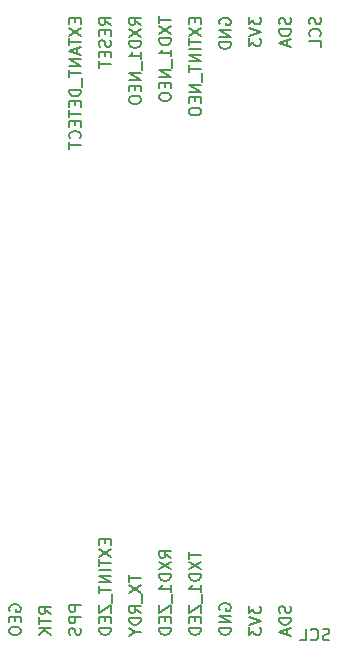
<source format=gbo>
G04 #@! TF.GenerationSoftware,KiCad,Pcbnew,(6.0.9)*
G04 #@! TF.CreationDate,2023-11-11T19:45:23+09:00*
G04 #@! TF.ProjectId,CLAS_Combo_Breakout,434c4153-5f43-46f6-9d62-6f5f42726561,rev?*
G04 #@! TF.SameCoordinates,Original*
G04 #@! TF.FileFunction,Legend,Bot*
G04 #@! TF.FilePolarity,Positive*
%FSLAX46Y46*%
G04 Gerber Fmt 4.6, Leading zero omitted, Abs format (unit mm)*
G04 Created by KiCad (PCBNEW (6.0.9)) date 2023-11-11 19:45:23*
%MOMM*%
%LPD*%
G01*
G04 APERTURE LIST*
%ADD10C,0.150000*%
%ADD11C,0.650000*%
%ADD12O,1.800000X1.000000*%
%ADD13O,2.100000X1.000000*%
%ADD14R,1.700000X1.700000*%
%ADD15O,1.700000X1.700000*%
%ADD16C,0.700000*%
%ADD17C,4.400000*%
G04 APERTURE END LIST*
D10*
X136012380Y-94463023D02*
X135536190Y-94129690D01*
X136012380Y-93891595D02*
X135012380Y-93891595D01*
X135012380Y-94272547D01*
X135060000Y-94367785D01*
X135107619Y-94415404D01*
X135202857Y-94463023D01*
X135345714Y-94463023D01*
X135440952Y-94415404D01*
X135488571Y-94367785D01*
X135536190Y-94272547D01*
X135536190Y-93891595D01*
X135488571Y-94891595D02*
X135488571Y-95224928D01*
X136012380Y-95367785D02*
X136012380Y-94891595D01*
X135012380Y-94891595D01*
X135012380Y-95367785D01*
X135964761Y-95748738D02*
X136012380Y-95891595D01*
X136012380Y-96129690D01*
X135964761Y-96224928D01*
X135917142Y-96272547D01*
X135821904Y-96320166D01*
X135726666Y-96320166D01*
X135631428Y-96272547D01*
X135583809Y-96224928D01*
X135536190Y-96129690D01*
X135488571Y-95939214D01*
X135440952Y-95843976D01*
X135393333Y-95796357D01*
X135298095Y-95748738D01*
X135202857Y-95748738D01*
X135107619Y-95796357D01*
X135060000Y-95843976D01*
X135012380Y-95939214D01*
X135012380Y-96177309D01*
X135060000Y-96320166D01*
X135488571Y-96748738D02*
X135488571Y-97082071D01*
X136012380Y-97224928D02*
X136012380Y-96748738D01*
X135012380Y-96748738D01*
X135012380Y-97224928D01*
X135012380Y-97510642D02*
X135012380Y-98082071D01*
X136012380Y-97796357D02*
X135012380Y-97796357D01*
X140092380Y-93748738D02*
X140092380Y-94320166D01*
X141092380Y-94034452D02*
X140092380Y-94034452D01*
X140092380Y-94558261D02*
X141092380Y-95224928D01*
X140092380Y-95224928D02*
X141092380Y-94558261D01*
X141092380Y-95605880D02*
X140092380Y-95605880D01*
X140092380Y-95843976D01*
X140140000Y-95986833D01*
X140235238Y-96082071D01*
X140330476Y-96129690D01*
X140520952Y-96177309D01*
X140663809Y-96177309D01*
X140854285Y-96129690D01*
X140949523Y-96082071D01*
X141044761Y-95986833D01*
X141092380Y-95843976D01*
X141092380Y-95605880D01*
X141092380Y-97129690D02*
X141092380Y-96558261D01*
X141092380Y-96843976D02*
X140092380Y-96843976D01*
X140235238Y-96748738D01*
X140330476Y-96653500D01*
X140378095Y-96558261D01*
X141187619Y-97320166D02*
X141187619Y-98082071D01*
X141092380Y-98320166D02*
X140092380Y-98320166D01*
X141092380Y-98891595D01*
X140092380Y-98891595D01*
X140568571Y-99367785D02*
X140568571Y-99701119D01*
X141092380Y-99843976D02*
X141092380Y-99367785D01*
X140092380Y-99367785D01*
X140092380Y-99843976D01*
X140092380Y-100463023D02*
X140092380Y-100653500D01*
X140140000Y-100748738D01*
X140235238Y-100843976D01*
X140425714Y-100891595D01*
X140759047Y-100891595D01*
X140949523Y-100843976D01*
X141044761Y-100748738D01*
X141092380Y-100653500D01*
X141092380Y-100463023D01*
X141044761Y-100367785D01*
X140949523Y-100272547D01*
X140759047Y-100224928D01*
X140425714Y-100224928D01*
X140235238Y-100272547D01*
X140140000Y-100367785D01*
X140092380Y-100463023D01*
X145220000Y-94415404D02*
X145172380Y-94320166D01*
X145172380Y-94177309D01*
X145220000Y-94034452D01*
X145315238Y-93939214D01*
X145410476Y-93891595D01*
X145600952Y-93843976D01*
X145743809Y-93843976D01*
X145934285Y-93891595D01*
X146029523Y-93939214D01*
X146124761Y-94034452D01*
X146172380Y-94177309D01*
X146172380Y-94272547D01*
X146124761Y-94415404D01*
X146077142Y-94463023D01*
X145743809Y-94463023D01*
X145743809Y-94272547D01*
X146172380Y-94891595D02*
X145172380Y-94891595D01*
X146172380Y-95463023D01*
X145172380Y-95463023D01*
X146172380Y-95939214D02*
X145172380Y-95939214D01*
X145172380Y-96177309D01*
X145220000Y-96320166D01*
X145315238Y-96415404D01*
X145410476Y-96463023D01*
X145600952Y-96510642D01*
X145743809Y-96510642D01*
X145934285Y-96463023D01*
X146029523Y-96415404D01*
X146124761Y-96320166D01*
X146172380Y-96177309D01*
X146172380Y-95939214D01*
X147712380Y-93796357D02*
X147712380Y-94415404D01*
X148093333Y-94082071D01*
X148093333Y-94224928D01*
X148140952Y-94320166D01*
X148188571Y-94367785D01*
X148283809Y-94415404D01*
X148521904Y-94415404D01*
X148617142Y-94367785D01*
X148664761Y-94320166D01*
X148712380Y-94224928D01*
X148712380Y-93939214D01*
X148664761Y-93843976D01*
X148617142Y-93796357D01*
X147712380Y-94701119D02*
X148712380Y-95034452D01*
X147712380Y-95367785D01*
X147712380Y-95605880D02*
X147712380Y-96224928D01*
X148093333Y-95891595D01*
X148093333Y-96034452D01*
X148140952Y-96129690D01*
X148188571Y-96177309D01*
X148283809Y-96224928D01*
X148521904Y-96224928D01*
X148617142Y-96177309D01*
X148664761Y-96129690D01*
X148712380Y-96034452D01*
X148712380Y-95748738D01*
X148664761Y-95653500D01*
X148617142Y-95605880D01*
X151204761Y-143671452D02*
X151252380Y-143814309D01*
X151252380Y-144052404D01*
X151204761Y-144147642D01*
X151157142Y-144195261D01*
X151061904Y-144242880D01*
X150966666Y-144242880D01*
X150871428Y-144195261D01*
X150823809Y-144147642D01*
X150776190Y-144052404D01*
X150728571Y-143861928D01*
X150680952Y-143766690D01*
X150633333Y-143719071D01*
X150538095Y-143671452D01*
X150442857Y-143671452D01*
X150347619Y-143719071D01*
X150300000Y-143766690D01*
X150252380Y-143861928D01*
X150252380Y-144100023D01*
X150300000Y-144242880D01*
X151252380Y-144671452D02*
X150252380Y-144671452D01*
X150252380Y-144909547D01*
X150300000Y-145052404D01*
X150395238Y-145147642D01*
X150490476Y-145195261D01*
X150680952Y-145242880D01*
X150823809Y-145242880D01*
X151014285Y-145195261D01*
X151109523Y-145147642D01*
X151204761Y-145052404D01*
X151252380Y-144909547D01*
X151252380Y-144671452D01*
X150966666Y-145623833D02*
X150966666Y-146100023D01*
X151252380Y-145528595D02*
X150252380Y-145861928D01*
X151252380Y-146195261D01*
X147712380Y-143671452D02*
X147712380Y-144290500D01*
X148093333Y-143957166D01*
X148093333Y-144100023D01*
X148140952Y-144195261D01*
X148188571Y-144242880D01*
X148283809Y-144290500D01*
X148521904Y-144290500D01*
X148617142Y-144242880D01*
X148664761Y-144195261D01*
X148712380Y-144100023D01*
X148712380Y-143814309D01*
X148664761Y-143719071D01*
X148617142Y-143671452D01*
X147712380Y-144576214D02*
X148712380Y-144909547D01*
X147712380Y-145242880D01*
X147712380Y-145480976D02*
X147712380Y-146100023D01*
X148093333Y-145766690D01*
X148093333Y-145909547D01*
X148140952Y-146004785D01*
X148188571Y-146052404D01*
X148283809Y-146100023D01*
X148521904Y-146100023D01*
X148617142Y-146052404D01*
X148664761Y-146004785D01*
X148712380Y-145909547D01*
X148712380Y-145623833D01*
X148664761Y-145528595D01*
X148617142Y-145480976D01*
X135488571Y-138004785D02*
X135488571Y-138338119D01*
X136012380Y-138480976D02*
X136012380Y-138004785D01*
X135012380Y-138004785D01*
X135012380Y-138480976D01*
X135012380Y-138814309D02*
X136012380Y-139480976D01*
X135012380Y-139480976D02*
X136012380Y-138814309D01*
X135012380Y-139719071D02*
X135012380Y-140290500D01*
X136012380Y-140004785D02*
X135012380Y-140004785D01*
X136012380Y-140623833D02*
X135012380Y-140623833D01*
X136012380Y-141100023D02*
X135012380Y-141100023D01*
X136012380Y-141671452D01*
X135012380Y-141671452D01*
X135012380Y-142004785D02*
X135012380Y-142576214D01*
X136012380Y-142290500D02*
X135012380Y-142290500D01*
X136107619Y-142671452D02*
X136107619Y-143433357D01*
X135012380Y-143576214D02*
X135012380Y-144242880D01*
X136012380Y-143576214D01*
X136012380Y-144242880D01*
X135488571Y-144623833D02*
X135488571Y-144957166D01*
X136012380Y-145100023D02*
X136012380Y-144623833D01*
X135012380Y-144623833D01*
X135012380Y-145100023D01*
X136012380Y-145528595D02*
X135012380Y-145528595D01*
X135012380Y-145766690D01*
X135060000Y-145909547D01*
X135155238Y-146004785D01*
X135250476Y-146052404D01*
X135440952Y-146100023D01*
X135583809Y-146100023D01*
X135774285Y-146052404D01*
X135869523Y-146004785D01*
X135964761Y-145909547D01*
X136012380Y-145766690D01*
X136012380Y-145528595D01*
X143108571Y-93891595D02*
X143108571Y-94224928D01*
X143632380Y-94367785D02*
X143632380Y-93891595D01*
X142632380Y-93891595D01*
X142632380Y-94367785D01*
X142632380Y-94701119D02*
X143632380Y-95367785D01*
X142632380Y-95367785D02*
X143632380Y-94701119D01*
X142632380Y-95605880D02*
X142632380Y-96177309D01*
X143632380Y-95891595D02*
X142632380Y-95891595D01*
X143632380Y-96510642D02*
X142632380Y-96510642D01*
X143632380Y-96986833D02*
X142632380Y-96986833D01*
X143632380Y-97558261D01*
X142632380Y-97558261D01*
X142632380Y-97891595D02*
X142632380Y-98463023D01*
X143632380Y-98177309D02*
X142632380Y-98177309D01*
X143727619Y-98558261D02*
X143727619Y-99320166D01*
X143632380Y-99558261D02*
X142632380Y-99558261D01*
X143632380Y-100129690D01*
X142632380Y-100129690D01*
X143108571Y-100605880D02*
X143108571Y-100939214D01*
X143632380Y-101082071D02*
X143632380Y-100605880D01*
X142632380Y-100605880D01*
X142632380Y-101082071D01*
X142632380Y-101701119D02*
X142632380Y-101891595D01*
X142680000Y-101986833D01*
X142775238Y-102082071D01*
X142965714Y-102129690D01*
X143299047Y-102129690D01*
X143489523Y-102082071D01*
X143584761Y-101986833D01*
X143632380Y-101891595D01*
X143632380Y-101701119D01*
X143584761Y-101605880D01*
X143489523Y-101510642D01*
X143299047Y-101463023D01*
X142965714Y-101463023D01*
X142775238Y-101510642D01*
X142680000Y-101605880D01*
X142632380Y-101701119D01*
X154530476Y-146538761D02*
X154387619Y-146586380D01*
X154149523Y-146586380D01*
X154054285Y-146538761D01*
X154006666Y-146491142D01*
X153959047Y-146395904D01*
X153959047Y-146300666D01*
X154006666Y-146205428D01*
X154054285Y-146157809D01*
X154149523Y-146110190D01*
X154340000Y-146062571D01*
X154435238Y-146014952D01*
X154482857Y-145967333D01*
X154530476Y-145872095D01*
X154530476Y-145776857D01*
X154482857Y-145681619D01*
X154435238Y-145634000D01*
X154340000Y-145586380D01*
X154101904Y-145586380D01*
X153959047Y-145634000D01*
X152959047Y-146491142D02*
X153006666Y-146538761D01*
X153149523Y-146586380D01*
X153244761Y-146586380D01*
X153387619Y-146538761D01*
X153482857Y-146443523D01*
X153530476Y-146348285D01*
X153578095Y-146157809D01*
X153578095Y-146014952D01*
X153530476Y-145824476D01*
X153482857Y-145729238D01*
X153387619Y-145634000D01*
X153244761Y-145586380D01*
X153149523Y-145586380D01*
X153006666Y-145634000D01*
X152959047Y-145681619D01*
X152054285Y-146586380D02*
X152530476Y-146586380D01*
X152530476Y-145586380D01*
X130932380Y-144338119D02*
X130456190Y-144004785D01*
X130932380Y-143766690D02*
X129932380Y-143766690D01*
X129932380Y-144147642D01*
X129980000Y-144242880D01*
X130027619Y-144290500D01*
X130122857Y-144338119D01*
X130265714Y-144338119D01*
X130360952Y-144290500D01*
X130408571Y-144242880D01*
X130456190Y-144147642D01*
X130456190Y-143766690D01*
X129932380Y-144623833D02*
X129932380Y-145195261D01*
X130932380Y-144909547D02*
X129932380Y-144909547D01*
X130932380Y-145528595D02*
X129932380Y-145528595D01*
X130932380Y-146100023D02*
X130360952Y-145671452D01*
X129932380Y-146100023D02*
X130503809Y-145528595D01*
X153744761Y-93843976D02*
X153792380Y-93986833D01*
X153792380Y-94224928D01*
X153744761Y-94320166D01*
X153697142Y-94367785D01*
X153601904Y-94415404D01*
X153506666Y-94415404D01*
X153411428Y-94367785D01*
X153363809Y-94320166D01*
X153316190Y-94224928D01*
X153268571Y-94034452D01*
X153220952Y-93939214D01*
X153173333Y-93891595D01*
X153078095Y-93843976D01*
X152982857Y-93843976D01*
X152887619Y-93891595D01*
X152840000Y-93939214D01*
X152792380Y-94034452D01*
X152792380Y-94272547D01*
X152840000Y-94415404D01*
X153697142Y-95415404D02*
X153744761Y-95367785D01*
X153792380Y-95224928D01*
X153792380Y-95129690D01*
X153744761Y-94986833D01*
X153649523Y-94891595D01*
X153554285Y-94843976D01*
X153363809Y-94796357D01*
X153220952Y-94796357D01*
X153030476Y-94843976D01*
X152935238Y-94891595D01*
X152840000Y-94986833D01*
X152792380Y-95129690D01*
X152792380Y-95224928D01*
X152840000Y-95367785D01*
X152887619Y-95415404D01*
X153792380Y-96320166D02*
X153792380Y-95843976D01*
X152792380Y-95843976D01*
X137552380Y-141052404D02*
X137552380Y-141623833D01*
X138552380Y-141338119D02*
X137552380Y-141338119D01*
X137552380Y-141861928D02*
X138552380Y-142528595D01*
X137552380Y-142528595D02*
X138552380Y-141861928D01*
X138647619Y-142671452D02*
X138647619Y-143433357D01*
X138552380Y-144242880D02*
X138076190Y-143909547D01*
X138552380Y-143671452D02*
X137552380Y-143671452D01*
X137552380Y-144052404D01*
X137600000Y-144147642D01*
X137647619Y-144195261D01*
X137742857Y-144242880D01*
X137885714Y-144242880D01*
X137980952Y-144195261D01*
X138028571Y-144147642D01*
X138076190Y-144052404D01*
X138076190Y-143671452D01*
X138552380Y-144671452D02*
X137552380Y-144671452D01*
X137552380Y-144909547D01*
X137600000Y-145052404D01*
X137695238Y-145147642D01*
X137790476Y-145195261D01*
X137980952Y-145242880D01*
X138123809Y-145242880D01*
X138314285Y-145195261D01*
X138409523Y-145147642D01*
X138504761Y-145052404D01*
X138552380Y-144909547D01*
X138552380Y-144671452D01*
X138076190Y-145861928D02*
X138552380Y-145861928D01*
X137552380Y-145528595D02*
X138076190Y-145861928D01*
X137552380Y-146195261D01*
X142632380Y-139100023D02*
X142632380Y-139671452D01*
X143632380Y-139385738D02*
X142632380Y-139385738D01*
X142632380Y-139909547D02*
X143632380Y-140576214D01*
X142632380Y-140576214D02*
X143632380Y-139909547D01*
X143632380Y-140957166D02*
X142632380Y-140957166D01*
X142632380Y-141195261D01*
X142680000Y-141338119D01*
X142775238Y-141433357D01*
X142870476Y-141480976D01*
X143060952Y-141528595D01*
X143203809Y-141528595D01*
X143394285Y-141480976D01*
X143489523Y-141433357D01*
X143584761Y-141338119D01*
X143632380Y-141195261D01*
X143632380Y-140957166D01*
X143632380Y-142480976D02*
X143632380Y-141909547D01*
X143632380Y-142195261D02*
X142632380Y-142195261D01*
X142775238Y-142100023D01*
X142870476Y-142004785D01*
X142918095Y-141909547D01*
X143727619Y-142671452D02*
X143727619Y-143433357D01*
X142632380Y-143576214D02*
X142632380Y-144242880D01*
X143632380Y-143576214D01*
X143632380Y-144242880D01*
X143108571Y-144623833D02*
X143108571Y-144957166D01*
X143632380Y-145100023D02*
X143632380Y-144623833D01*
X142632380Y-144623833D01*
X142632380Y-145100023D01*
X143632380Y-145528595D02*
X142632380Y-145528595D01*
X142632380Y-145766690D01*
X142680000Y-145909547D01*
X142775238Y-146004785D01*
X142870476Y-146052404D01*
X143060952Y-146100023D01*
X143203809Y-146100023D01*
X143394285Y-146052404D01*
X143489523Y-146004785D01*
X143584761Y-145909547D01*
X143632380Y-145766690D01*
X143632380Y-145528595D01*
X145220000Y-144004785D02*
X145172380Y-143909547D01*
X145172380Y-143766690D01*
X145220000Y-143623833D01*
X145315238Y-143528595D01*
X145410476Y-143480976D01*
X145600952Y-143433357D01*
X145743809Y-143433357D01*
X145934285Y-143480976D01*
X146029523Y-143528595D01*
X146124761Y-143623833D01*
X146172380Y-143766690D01*
X146172380Y-143861928D01*
X146124761Y-144004785D01*
X146077142Y-144052404D01*
X145743809Y-144052404D01*
X145743809Y-143861928D01*
X146172380Y-144480976D02*
X145172380Y-144480976D01*
X146172380Y-145052404D01*
X145172380Y-145052404D01*
X146172380Y-145528595D02*
X145172380Y-145528595D01*
X145172380Y-145766690D01*
X145220000Y-145909547D01*
X145315238Y-146004785D01*
X145410476Y-146052404D01*
X145600952Y-146100023D01*
X145743809Y-146100023D01*
X145934285Y-146052404D01*
X146029523Y-146004785D01*
X146124761Y-145909547D01*
X146172380Y-145766690D01*
X146172380Y-145528595D01*
X127440000Y-144100023D02*
X127392380Y-144004785D01*
X127392380Y-143861928D01*
X127440000Y-143719071D01*
X127535238Y-143623833D01*
X127630476Y-143576214D01*
X127820952Y-143528595D01*
X127963809Y-143528595D01*
X128154285Y-143576214D01*
X128249523Y-143623833D01*
X128344761Y-143719071D01*
X128392380Y-143861928D01*
X128392380Y-143957166D01*
X128344761Y-144100023D01*
X128297142Y-144147642D01*
X127963809Y-144147642D01*
X127963809Y-143957166D01*
X127868571Y-144576214D02*
X127868571Y-144909547D01*
X128392380Y-145052404D02*
X128392380Y-144576214D01*
X127392380Y-144576214D01*
X127392380Y-145052404D01*
X127392380Y-145671452D02*
X127392380Y-145861928D01*
X127440000Y-145957166D01*
X127535238Y-146052404D01*
X127725714Y-146100023D01*
X128059047Y-146100023D01*
X128249523Y-146052404D01*
X128344761Y-145957166D01*
X128392380Y-145861928D01*
X128392380Y-145671452D01*
X128344761Y-145576214D01*
X128249523Y-145480976D01*
X128059047Y-145433357D01*
X127725714Y-145433357D01*
X127535238Y-145480976D01*
X127440000Y-145576214D01*
X127392380Y-145671452D01*
X138552380Y-94463023D02*
X138076190Y-94129690D01*
X138552380Y-93891595D02*
X137552380Y-93891595D01*
X137552380Y-94272547D01*
X137600000Y-94367785D01*
X137647619Y-94415404D01*
X137742857Y-94463023D01*
X137885714Y-94463023D01*
X137980952Y-94415404D01*
X138028571Y-94367785D01*
X138076190Y-94272547D01*
X138076190Y-93891595D01*
X137552380Y-94796357D02*
X138552380Y-95463023D01*
X137552380Y-95463023D02*
X138552380Y-94796357D01*
X138552380Y-95843976D02*
X137552380Y-95843976D01*
X137552380Y-96082071D01*
X137600000Y-96224928D01*
X137695238Y-96320166D01*
X137790476Y-96367785D01*
X137980952Y-96415404D01*
X138123809Y-96415404D01*
X138314285Y-96367785D01*
X138409523Y-96320166D01*
X138504761Y-96224928D01*
X138552380Y-96082071D01*
X138552380Y-95843976D01*
X138552380Y-97367785D02*
X138552380Y-96796357D01*
X138552380Y-97082071D02*
X137552380Y-97082071D01*
X137695238Y-96986833D01*
X137790476Y-96891595D01*
X137838095Y-96796357D01*
X138647619Y-97558261D02*
X138647619Y-98320166D01*
X138552380Y-98558261D02*
X137552380Y-98558261D01*
X138552380Y-99129690D01*
X137552380Y-99129690D01*
X138028571Y-99605880D02*
X138028571Y-99939214D01*
X138552380Y-100082071D02*
X138552380Y-99605880D01*
X137552380Y-99605880D01*
X137552380Y-100082071D01*
X137552380Y-100701119D02*
X137552380Y-100891595D01*
X137600000Y-100986833D01*
X137695238Y-101082071D01*
X137885714Y-101129690D01*
X138219047Y-101129690D01*
X138409523Y-101082071D01*
X138504761Y-100986833D01*
X138552380Y-100891595D01*
X138552380Y-100701119D01*
X138504761Y-100605880D01*
X138409523Y-100510642D01*
X138219047Y-100463023D01*
X137885714Y-100463023D01*
X137695238Y-100510642D01*
X137600000Y-100605880D01*
X137552380Y-100701119D01*
X132948571Y-93891595D02*
X132948571Y-94224928D01*
X133472380Y-94367785D02*
X133472380Y-93891595D01*
X132472380Y-93891595D01*
X132472380Y-94367785D01*
X132472380Y-94701119D02*
X133472380Y-95367785D01*
X132472380Y-95367785D02*
X133472380Y-94701119D01*
X132472380Y-95605880D02*
X132472380Y-96177309D01*
X133472380Y-95891595D02*
X132472380Y-95891595D01*
X133186666Y-96463023D02*
X133186666Y-96939214D01*
X133472380Y-96367785D02*
X132472380Y-96701119D01*
X133472380Y-97034452D01*
X133472380Y-97367785D02*
X132472380Y-97367785D01*
X133472380Y-97939214D01*
X132472380Y-97939214D01*
X132472380Y-98272547D02*
X132472380Y-98843976D01*
X133472380Y-98558261D02*
X132472380Y-98558261D01*
X133567619Y-98939214D02*
X133567619Y-99701119D01*
X133472380Y-99939214D02*
X132472380Y-99939214D01*
X132472380Y-100177309D01*
X132520000Y-100320166D01*
X132615238Y-100415404D01*
X132710476Y-100463023D01*
X132900952Y-100510642D01*
X133043809Y-100510642D01*
X133234285Y-100463023D01*
X133329523Y-100415404D01*
X133424761Y-100320166D01*
X133472380Y-100177309D01*
X133472380Y-99939214D01*
X132948571Y-100939214D02*
X132948571Y-101272547D01*
X133472380Y-101415404D02*
X133472380Y-100939214D01*
X132472380Y-100939214D01*
X132472380Y-101415404D01*
X132472380Y-101701119D02*
X132472380Y-102272547D01*
X133472380Y-101986833D02*
X132472380Y-101986833D01*
X132948571Y-102605880D02*
X132948571Y-102939214D01*
X133472380Y-103082071D02*
X133472380Y-102605880D01*
X132472380Y-102605880D01*
X132472380Y-103082071D01*
X133377142Y-104082071D02*
X133424761Y-104034452D01*
X133472380Y-103891595D01*
X133472380Y-103796357D01*
X133424761Y-103653500D01*
X133329523Y-103558261D01*
X133234285Y-103510642D01*
X133043809Y-103463023D01*
X132900952Y-103463023D01*
X132710476Y-103510642D01*
X132615238Y-103558261D01*
X132520000Y-103653500D01*
X132472380Y-103796357D01*
X132472380Y-103891595D01*
X132520000Y-104034452D01*
X132567619Y-104082071D01*
X132472380Y-104367785D02*
X132472380Y-104939214D01*
X133472380Y-104653500D02*
X132472380Y-104653500D01*
X141092380Y-139576214D02*
X140616190Y-139242880D01*
X141092380Y-139004785D02*
X140092380Y-139004785D01*
X140092380Y-139385738D01*
X140140000Y-139480976D01*
X140187619Y-139528595D01*
X140282857Y-139576214D01*
X140425714Y-139576214D01*
X140520952Y-139528595D01*
X140568571Y-139480976D01*
X140616190Y-139385738D01*
X140616190Y-139004785D01*
X140092380Y-139909547D02*
X141092380Y-140576214D01*
X140092380Y-140576214D02*
X141092380Y-139909547D01*
X141092380Y-140957166D02*
X140092380Y-140957166D01*
X140092380Y-141195261D01*
X140140000Y-141338119D01*
X140235238Y-141433357D01*
X140330476Y-141480976D01*
X140520952Y-141528595D01*
X140663809Y-141528595D01*
X140854285Y-141480976D01*
X140949523Y-141433357D01*
X141044761Y-141338119D01*
X141092380Y-141195261D01*
X141092380Y-140957166D01*
X141092380Y-142480976D02*
X141092380Y-141909547D01*
X141092380Y-142195261D02*
X140092380Y-142195261D01*
X140235238Y-142100023D01*
X140330476Y-142004785D01*
X140378095Y-141909547D01*
X141187619Y-142671452D02*
X141187619Y-143433357D01*
X140092380Y-143576214D02*
X140092380Y-144242880D01*
X141092380Y-143576214D01*
X141092380Y-144242880D01*
X140568571Y-144623833D02*
X140568571Y-144957166D01*
X141092380Y-145100023D02*
X141092380Y-144623833D01*
X140092380Y-144623833D01*
X140092380Y-145100023D01*
X141092380Y-145528595D02*
X140092380Y-145528595D01*
X140092380Y-145766690D01*
X140140000Y-145909547D01*
X140235238Y-146004785D01*
X140330476Y-146052404D01*
X140520952Y-146100023D01*
X140663809Y-146100023D01*
X140854285Y-146052404D01*
X140949523Y-146004785D01*
X141044761Y-145909547D01*
X141092380Y-145766690D01*
X141092380Y-145528595D01*
X133472380Y-143576214D02*
X132472380Y-143576214D01*
X132472380Y-143957166D01*
X132520000Y-144052404D01*
X132567619Y-144100023D01*
X132662857Y-144147642D01*
X132805714Y-144147642D01*
X132900952Y-144100023D01*
X132948571Y-144052404D01*
X132996190Y-143957166D01*
X132996190Y-143576214D01*
X133472380Y-144576214D02*
X132472380Y-144576214D01*
X132472380Y-144957166D01*
X132520000Y-145052404D01*
X132567619Y-145100023D01*
X132662857Y-145147642D01*
X132805714Y-145147642D01*
X132900952Y-145100023D01*
X132948571Y-145052404D01*
X132996190Y-144957166D01*
X132996190Y-144576214D01*
X133424761Y-145528595D02*
X133472380Y-145671452D01*
X133472380Y-145909547D01*
X133424761Y-146004785D01*
X133377142Y-146052404D01*
X133281904Y-146100023D01*
X133186666Y-146100023D01*
X133091428Y-146052404D01*
X133043809Y-146004785D01*
X132996190Y-145909547D01*
X132948571Y-145719071D01*
X132900952Y-145623833D01*
X132853333Y-145576214D01*
X132758095Y-145528595D01*
X132662857Y-145528595D01*
X132567619Y-145576214D01*
X132520000Y-145623833D01*
X132472380Y-145719071D01*
X132472380Y-145957166D01*
X132520000Y-146100023D01*
X151204761Y-93843976D02*
X151252380Y-93986833D01*
X151252380Y-94224928D01*
X151204761Y-94320166D01*
X151157142Y-94367785D01*
X151061904Y-94415404D01*
X150966666Y-94415404D01*
X150871428Y-94367785D01*
X150823809Y-94320166D01*
X150776190Y-94224928D01*
X150728571Y-94034452D01*
X150680952Y-93939214D01*
X150633333Y-93891595D01*
X150538095Y-93843976D01*
X150442857Y-93843976D01*
X150347619Y-93891595D01*
X150300000Y-93939214D01*
X150252380Y-94034452D01*
X150252380Y-94272547D01*
X150300000Y-94415404D01*
X151252380Y-94843976D02*
X150252380Y-94843976D01*
X150252380Y-95082071D01*
X150300000Y-95224928D01*
X150395238Y-95320166D01*
X150490476Y-95367785D01*
X150680952Y-95415404D01*
X150823809Y-95415404D01*
X151014285Y-95367785D01*
X151109523Y-95320166D01*
X151204761Y-95224928D01*
X151252380Y-95082071D01*
X151252380Y-94843976D01*
X150966666Y-95796357D02*
X150966666Y-96272547D01*
X151252380Y-95701119D02*
X150252380Y-96034452D01*
X151252380Y-96367785D01*
%LPC*%
D11*
X153720000Y-143182000D03*
X153720000Y-137402000D03*
D12*
X157400000Y-135972000D03*
X157400000Y-144612000D03*
D13*
X153220000Y-135972000D03*
X153220000Y-144612000D03*
D14*
X127940000Y-147912000D03*
D15*
X130480000Y-147912000D03*
X133020000Y-147912000D03*
X135560000Y-147912000D03*
X138100000Y-147912000D03*
X140640000Y-147912000D03*
X143180000Y-147912000D03*
X145720000Y-147912000D03*
X148260000Y-147912000D03*
X150800000Y-147912000D03*
X153340000Y-147912000D03*
D16*
X158666726Y-148666726D03*
X158666726Y-146333274D03*
X156333274Y-148666726D03*
X157500000Y-145850000D03*
D17*
X157500000Y-147500000D03*
D16*
X157500000Y-149150000D03*
X159150000Y-147500000D03*
X155850000Y-147500000D03*
X156333274Y-146333274D03*
D14*
X133020000Y-92032000D03*
D15*
X135560000Y-92032000D03*
X138100000Y-92032000D03*
X140640000Y-92032000D03*
X143180000Y-92032000D03*
X145720000Y-92032000D03*
X148260000Y-92032000D03*
X150800000Y-92032000D03*
X153340000Y-92032000D03*
D16*
X127350000Y-92500000D03*
X130166726Y-91333274D03*
X127833274Y-93666726D03*
X129000000Y-94150000D03*
X130650000Y-92500000D03*
X127833274Y-91333274D03*
X130166726Y-93666726D03*
D17*
X129000000Y-92500000D03*
D16*
X129000000Y-90850000D03*
D11*
X153720000Y-106606000D03*
X153720000Y-100826000D03*
D12*
X157400000Y-99396000D03*
X157400000Y-108036000D03*
D13*
X153220000Y-108036000D03*
X153220000Y-99396000D03*
D16*
X155850000Y-92500000D03*
X156333274Y-93666726D03*
X158666726Y-91333274D03*
X156333274Y-91333274D03*
D17*
X157500000Y-92500000D03*
D16*
X157500000Y-94150000D03*
X158666726Y-93666726D03*
X159150000Y-92500000D03*
X157500000Y-90850000D03*
D17*
X124000000Y-147500000D03*
D16*
X125166726Y-146333274D03*
X124000000Y-145850000D03*
X125650000Y-147500000D03*
X124000000Y-149150000D03*
X122833274Y-148666726D03*
X122833274Y-146333274D03*
X122350000Y-147500000D03*
X125166726Y-148666726D03*
M02*

</source>
